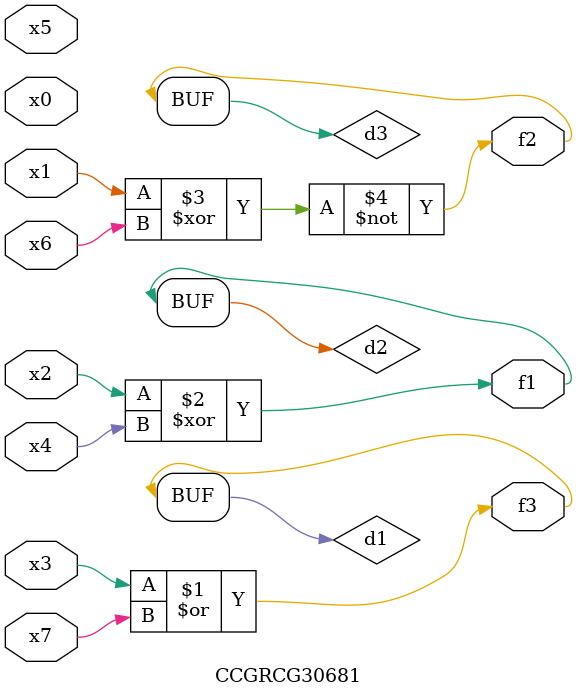
<source format=v>
module CCGRCG30681(
	input x0, x1, x2, x3, x4, x5, x6, x7,
	output f1, f2, f3
);

	wire d1, d2, d3;

	or (d1, x3, x7);
	xor (d2, x2, x4);
	xnor (d3, x1, x6);
	assign f1 = d2;
	assign f2 = d3;
	assign f3 = d1;
endmodule

</source>
